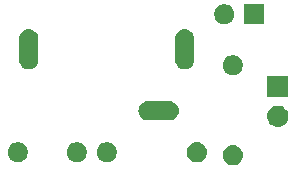
<source format=gts>
G04 #@! TF.GenerationSoftware,KiCad,Pcbnew,(5.1.2-1)-1*
G04 #@! TF.CreationDate,2020-04-22T00:13:43-04:00*
G04 #@! TF.ProjectId,raspberry_pi_zero_mono_audio_out,72617370-6265-4727-9279-5f70695f7a65,rev?*
G04 #@! TF.SameCoordinates,Original*
G04 #@! TF.FileFunction,Soldermask,Top*
G04 #@! TF.FilePolarity,Negative*
%FSLAX46Y46*%
G04 Gerber Fmt 4.6, Leading zero omitted, Abs format (unit mm)*
G04 Created by KiCad (PCBNEW (5.1.2-1)-1) date 2020-04-22 00:13:43*
%MOMM*%
%LPD*%
G04 APERTURE LIST*
%ADD10C,0.100000*%
G04 APERTURE END LIST*
D10*
G36*
X161456823Y-96443313D02*
G01*
X161617242Y-96491976D01*
X161749906Y-96562886D01*
X161765078Y-96570996D01*
X161894659Y-96677341D01*
X162001004Y-96806922D01*
X162001005Y-96806924D01*
X162080024Y-96954758D01*
X162128687Y-97115177D01*
X162145117Y-97282000D01*
X162128687Y-97448823D01*
X162080024Y-97609242D01*
X162067507Y-97632659D01*
X162001004Y-97757078D01*
X161894659Y-97886659D01*
X161765078Y-97993004D01*
X161765076Y-97993005D01*
X161617242Y-98072024D01*
X161456823Y-98120687D01*
X161331804Y-98133000D01*
X161248196Y-98133000D01*
X161123177Y-98120687D01*
X160962758Y-98072024D01*
X160814924Y-97993005D01*
X160814922Y-97993004D01*
X160685341Y-97886659D01*
X160578996Y-97757078D01*
X160512493Y-97632659D01*
X160499976Y-97609242D01*
X160451313Y-97448823D01*
X160434883Y-97282000D01*
X160451313Y-97115177D01*
X160499976Y-96954758D01*
X160578995Y-96806924D01*
X160578996Y-96806922D01*
X160685341Y-96677341D01*
X160814922Y-96570996D01*
X160830094Y-96562886D01*
X160962758Y-96491976D01*
X161123177Y-96443313D01*
X161248196Y-96431000D01*
X161331804Y-96431000D01*
X161456823Y-96443313D01*
X161456823Y-96443313D01*
G37*
G36*
X158408823Y-96189313D02*
G01*
X158569242Y-96237976D01*
X158636361Y-96273852D01*
X158717078Y-96316996D01*
X158846659Y-96423341D01*
X158953004Y-96552922D01*
X158953005Y-96552924D01*
X159032024Y-96700758D01*
X159080687Y-96861177D01*
X159097117Y-97028000D01*
X159080687Y-97194823D01*
X159032024Y-97355242D01*
X158991477Y-97431100D01*
X158953004Y-97503078D01*
X158846659Y-97632659D01*
X158717078Y-97739004D01*
X158717076Y-97739005D01*
X158569242Y-97818024D01*
X158408823Y-97866687D01*
X158283804Y-97879000D01*
X158200196Y-97879000D01*
X158075177Y-97866687D01*
X157914758Y-97818024D01*
X157766924Y-97739005D01*
X157766922Y-97739004D01*
X157637341Y-97632659D01*
X157530996Y-97503078D01*
X157492523Y-97431100D01*
X157451976Y-97355242D01*
X157403313Y-97194823D01*
X157386883Y-97028000D01*
X157403313Y-96861177D01*
X157451976Y-96700758D01*
X157530995Y-96552924D01*
X157530996Y-96552922D01*
X157637341Y-96423341D01*
X157766922Y-96316996D01*
X157847639Y-96273852D01*
X157914758Y-96237976D01*
X158075177Y-96189313D01*
X158200196Y-96177000D01*
X158283804Y-96177000D01*
X158408823Y-96189313D01*
X158408823Y-96189313D01*
G37*
G36*
X150870228Y-96209703D02*
G01*
X151025100Y-96273853D01*
X151164481Y-96366985D01*
X151283015Y-96485519D01*
X151376147Y-96624900D01*
X151440297Y-96779772D01*
X151473000Y-96944184D01*
X151473000Y-97111816D01*
X151440297Y-97276228D01*
X151376147Y-97431100D01*
X151283015Y-97570481D01*
X151164481Y-97689015D01*
X151025100Y-97782147D01*
X150870228Y-97846297D01*
X150705816Y-97879000D01*
X150538184Y-97879000D01*
X150373772Y-97846297D01*
X150218900Y-97782147D01*
X150079519Y-97689015D01*
X149960985Y-97570481D01*
X149867853Y-97431100D01*
X149803703Y-97276228D01*
X149771000Y-97111816D01*
X149771000Y-96944184D01*
X149803703Y-96779772D01*
X149867853Y-96624900D01*
X149960985Y-96485519D01*
X150079519Y-96366985D01*
X150218900Y-96273853D01*
X150373772Y-96209703D01*
X150538184Y-96177000D01*
X150705816Y-96177000D01*
X150870228Y-96209703D01*
X150870228Y-96209703D01*
G37*
G36*
X148330228Y-96209703D02*
G01*
X148485100Y-96273853D01*
X148624481Y-96366985D01*
X148743015Y-96485519D01*
X148836147Y-96624900D01*
X148900297Y-96779772D01*
X148933000Y-96944184D01*
X148933000Y-97111816D01*
X148900297Y-97276228D01*
X148836147Y-97431100D01*
X148743015Y-97570481D01*
X148624481Y-97689015D01*
X148485100Y-97782147D01*
X148330228Y-97846297D01*
X148165816Y-97879000D01*
X147998184Y-97879000D01*
X147833772Y-97846297D01*
X147678900Y-97782147D01*
X147539519Y-97689015D01*
X147420985Y-97570481D01*
X147327853Y-97431100D01*
X147263703Y-97276228D01*
X147231000Y-97111816D01*
X147231000Y-96944184D01*
X147263703Y-96779772D01*
X147327853Y-96624900D01*
X147420985Y-96485519D01*
X147539519Y-96366985D01*
X147678900Y-96273853D01*
X147833772Y-96209703D01*
X147998184Y-96177000D01*
X148165816Y-96177000D01*
X148330228Y-96209703D01*
X148330228Y-96209703D01*
G37*
G36*
X143330228Y-96209703D02*
G01*
X143485100Y-96273853D01*
X143624481Y-96366985D01*
X143743015Y-96485519D01*
X143836147Y-96624900D01*
X143900297Y-96779772D01*
X143933000Y-96944184D01*
X143933000Y-97111816D01*
X143900297Y-97276228D01*
X143836147Y-97431100D01*
X143743015Y-97570481D01*
X143624481Y-97689015D01*
X143485100Y-97782147D01*
X143330228Y-97846297D01*
X143165816Y-97879000D01*
X142998184Y-97879000D01*
X142833772Y-97846297D01*
X142678900Y-97782147D01*
X142539519Y-97689015D01*
X142420985Y-97570481D01*
X142327853Y-97431100D01*
X142263703Y-97276228D01*
X142231000Y-97111816D01*
X142231000Y-96944184D01*
X142263703Y-96779772D01*
X142327853Y-96624900D01*
X142420985Y-96485519D01*
X142539519Y-96366985D01*
X142678900Y-96273853D01*
X142833772Y-96209703D01*
X142998184Y-96177000D01*
X143165816Y-96177000D01*
X143330228Y-96209703D01*
X143330228Y-96209703D01*
G37*
G36*
X165210443Y-93085519D02*
G01*
X165276627Y-93092037D01*
X165446466Y-93143557D01*
X165602991Y-93227222D01*
X165638729Y-93256552D01*
X165740186Y-93339814D01*
X165823448Y-93441271D01*
X165852778Y-93477009D01*
X165936443Y-93633534D01*
X165987963Y-93803373D01*
X166005359Y-93980000D01*
X165987963Y-94156627D01*
X165936443Y-94326466D01*
X165852778Y-94482991D01*
X165823448Y-94518729D01*
X165740186Y-94620186D01*
X165638729Y-94703448D01*
X165602991Y-94732778D01*
X165446466Y-94816443D01*
X165276627Y-94867963D01*
X165210443Y-94874481D01*
X165144260Y-94881000D01*
X165055740Y-94881000D01*
X164989557Y-94874481D01*
X164923373Y-94867963D01*
X164753534Y-94816443D01*
X164597009Y-94732778D01*
X164561271Y-94703448D01*
X164459814Y-94620186D01*
X164376552Y-94518729D01*
X164347222Y-94482991D01*
X164263557Y-94326466D01*
X164212037Y-94156627D01*
X164194641Y-93980000D01*
X164212037Y-93803373D01*
X164263557Y-93633534D01*
X164347222Y-93477009D01*
X164376552Y-93441271D01*
X164459814Y-93339814D01*
X164561271Y-93256552D01*
X164597009Y-93227222D01*
X164753534Y-93143557D01*
X164923373Y-93092037D01*
X164989557Y-93085519D01*
X165055740Y-93079000D01*
X165144260Y-93079000D01*
X165210443Y-93085519D01*
X165210443Y-93085519D01*
G37*
G36*
X155979972Y-92691921D02*
G01*
X156059601Y-92699764D01*
X156212852Y-92746252D01*
X156212855Y-92746253D01*
X156354088Y-92821744D01*
X156477884Y-92923341D01*
X156579481Y-93047137D01*
X156654972Y-93188370D01*
X156654973Y-93188373D01*
X156701461Y-93341624D01*
X156717158Y-93501000D01*
X156701461Y-93660376D01*
X156658083Y-93803375D01*
X156654972Y-93813630D01*
X156579481Y-93954863D01*
X156477884Y-94078659D01*
X156354088Y-94180256D01*
X156212855Y-94255747D01*
X156212852Y-94255748D01*
X156059601Y-94302236D01*
X155979972Y-94310079D01*
X155940159Y-94314000D01*
X154082291Y-94314000D01*
X154042478Y-94310079D01*
X153962849Y-94302236D01*
X153809598Y-94255748D01*
X153809595Y-94255747D01*
X153668362Y-94180256D01*
X153544566Y-94078659D01*
X153442969Y-93954863D01*
X153367478Y-93813630D01*
X153364367Y-93803375D01*
X153320989Y-93660376D01*
X153305292Y-93501000D01*
X153320989Y-93341624D01*
X153367477Y-93188373D01*
X153367478Y-93188370D01*
X153442969Y-93047137D01*
X153544566Y-92923341D01*
X153668362Y-92821744D01*
X153809595Y-92746253D01*
X153809598Y-92746252D01*
X153962849Y-92699764D01*
X154042478Y-92691921D01*
X154082291Y-92688000D01*
X155940159Y-92688000D01*
X155979972Y-92691921D01*
X155979972Y-92691921D01*
G37*
G36*
X166001000Y-92341000D02*
G01*
X164199000Y-92341000D01*
X164199000Y-90539000D01*
X166001000Y-90539000D01*
X166001000Y-92341000D01*
X166001000Y-92341000D01*
G37*
G36*
X161538228Y-88843703D02*
G01*
X161693100Y-88907853D01*
X161832481Y-89000985D01*
X161951015Y-89119519D01*
X162044147Y-89258900D01*
X162108297Y-89413772D01*
X162141000Y-89578184D01*
X162141000Y-89745816D01*
X162108297Y-89910228D01*
X162044147Y-90065100D01*
X161951015Y-90204481D01*
X161832481Y-90323015D01*
X161693100Y-90416147D01*
X161538228Y-90480297D01*
X161373816Y-90513000D01*
X161206184Y-90513000D01*
X161041772Y-90480297D01*
X160886900Y-90416147D01*
X160747519Y-90323015D01*
X160628985Y-90204481D01*
X160535853Y-90065100D01*
X160471703Y-89910228D01*
X160439000Y-89745816D01*
X160439000Y-89578184D01*
X160471703Y-89413772D01*
X160535853Y-89258900D01*
X160628985Y-89119519D01*
X160747519Y-89000985D01*
X160886900Y-88907853D01*
X161041772Y-88843703D01*
X161206184Y-88811000D01*
X161373816Y-88811000D01*
X161538228Y-88843703D01*
X161538228Y-88843703D01*
G37*
G36*
X144170600Y-86610764D02*
G01*
X144323851Y-86657252D01*
X144323854Y-86657253D01*
X144465088Y-86732744D01*
X144588884Y-86834341D01*
X144690481Y-86958137D01*
X144765972Y-87099370D01*
X144765972Y-87099371D01*
X144765973Y-87099373D01*
X144812461Y-87252624D01*
X144824225Y-87372067D01*
X144824225Y-89229933D01*
X144812461Y-89349376D01*
X144765973Y-89502627D01*
X144765972Y-89502630D01*
X144690481Y-89643863D01*
X144588884Y-89767659D01*
X144465088Y-89869256D01*
X144323855Y-89944747D01*
X144323852Y-89944748D01*
X144170601Y-89991236D01*
X144011225Y-90006933D01*
X143851850Y-89991236D01*
X143698599Y-89944748D01*
X143698596Y-89944747D01*
X143557363Y-89869256D01*
X143433567Y-89767659D01*
X143331970Y-89643863D01*
X143256479Y-89502630D01*
X143256478Y-89502627D01*
X143209990Y-89349376D01*
X143198226Y-89229933D01*
X143198225Y-87372068D01*
X143209989Y-87252625D01*
X143256477Y-87099374D01*
X143256478Y-87099371D01*
X143331969Y-86958137D01*
X143433566Y-86834341D01*
X143557362Y-86732744D01*
X143698595Y-86657253D01*
X143698598Y-86657252D01*
X143851849Y-86610764D01*
X144011225Y-86595067D01*
X144170600Y-86610764D01*
X144170600Y-86610764D01*
G37*
G36*
X157370600Y-86610764D02*
G01*
X157523851Y-86657252D01*
X157523854Y-86657253D01*
X157665088Y-86732744D01*
X157788884Y-86834341D01*
X157890481Y-86958137D01*
X157965972Y-87099370D01*
X157965972Y-87099371D01*
X157965973Y-87099373D01*
X158012461Y-87252624D01*
X158024225Y-87372067D01*
X158024225Y-89229933D01*
X158012461Y-89349376D01*
X157965973Y-89502627D01*
X157965972Y-89502630D01*
X157890481Y-89643863D01*
X157788884Y-89767659D01*
X157665088Y-89869256D01*
X157523855Y-89944747D01*
X157523852Y-89944748D01*
X157370601Y-89991236D01*
X157211225Y-90006933D01*
X157051850Y-89991236D01*
X156898599Y-89944748D01*
X156898596Y-89944747D01*
X156757363Y-89869256D01*
X156633567Y-89767659D01*
X156531970Y-89643863D01*
X156456479Y-89502630D01*
X156456478Y-89502627D01*
X156409990Y-89349376D01*
X156398226Y-89229933D01*
X156398225Y-87372068D01*
X156409989Y-87252625D01*
X156456477Y-87099374D01*
X156456478Y-87099371D01*
X156531969Y-86958137D01*
X156633566Y-86834341D01*
X156757362Y-86732744D01*
X156898595Y-86657253D01*
X156898598Y-86657252D01*
X157051849Y-86610764D01*
X157211225Y-86595067D01*
X157370600Y-86610764D01*
X157370600Y-86610764D01*
G37*
G36*
X163919000Y-86195000D02*
G01*
X162217000Y-86195000D01*
X162217000Y-84493000D01*
X163919000Y-84493000D01*
X163919000Y-86195000D01*
X163919000Y-86195000D01*
G37*
G36*
X160816228Y-84525703D02*
G01*
X160971100Y-84589853D01*
X161110481Y-84682985D01*
X161229015Y-84801519D01*
X161322147Y-84940900D01*
X161386297Y-85095772D01*
X161419000Y-85260184D01*
X161419000Y-85427816D01*
X161386297Y-85592228D01*
X161322147Y-85747100D01*
X161229015Y-85886481D01*
X161110481Y-86005015D01*
X160971100Y-86098147D01*
X160816228Y-86162297D01*
X160651816Y-86195000D01*
X160484184Y-86195000D01*
X160319772Y-86162297D01*
X160164900Y-86098147D01*
X160025519Y-86005015D01*
X159906985Y-85886481D01*
X159813853Y-85747100D01*
X159749703Y-85592228D01*
X159717000Y-85427816D01*
X159717000Y-85260184D01*
X159749703Y-85095772D01*
X159813853Y-84940900D01*
X159906985Y-84801519D01*
X160025519Y-84682985D01*
X160164900Y-84589853D01*
X160319772Y-84525703D01*
X160484184Y-84493000D01*
X160651816Y-84493000D01*
X160816228Y-84525703D01*
X160816228Y-84525703D01*
G37*
M02*

</source>
